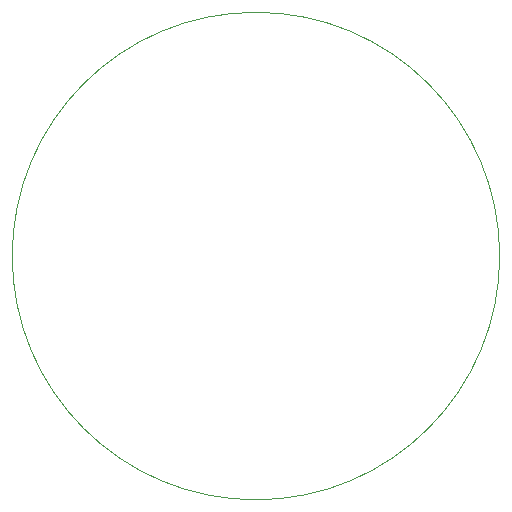
<source format=gbr>
%TF.GenerationSoftware,KiCad,Pcbnew,7.0.7*%
%TF.CreationDate,2024-06-03T14:17:06-05:00*%
%TF.ProjectId,Accel and Strain Gage board,41636365-6c20-4616-9e64-205374726169,rev?*%
%TF.SameCoordinates,Original*%
%TF.FileFunction,Profile,NP*%
%FSLAX46Y46*%
G04 Gerber Fmt 4.6, Leading zero omitted, Abs format (unit mm)*
G04 Created by KiCad (PCBNEW 7.0.7) date 2024-06-03 14:17:06*
%MOMM*%
%LPD*%
G01*
G04 APERTURE LIST*
%TA.AperFunction,Profile*%
%ADD10C,0.002540*%
%TD*%
G04 APERTURE END LIST*
D10*
X147637500Y-127000000D02*
G75*
G03*
X147637500Y-127000000I-20637500J0D01*
G01*
M02*

</source>
